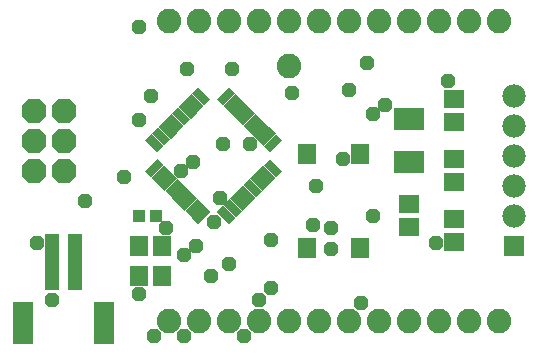
<source format=gts>
G75*
G70*
%OFA0B0*%
%FSLAX24Y24*%
%IPPOS*%
%LPD*%
%AMOC8*
5,1,8,0,0,1.08239X$1,22.5*
%
%ADD10R,0.0474X0.1891*%
%ADD11R,0.0710X0.1419*%
%ADD12OC8,0.0820*%
%ADD13R,0.0580X0.0300*%
%ADD14R,0.0300X0.0580*%
%ADD15C,0.0820*%
%ADD16R,0.1025X0.0749*%
%ADD17R,0.0671X0.0592*%
%ADD18R,0.0710X0.0592*%
%ADD19R,0.0592X0.0690*%
%ADD20R,0.0395X0.0395*%
%ADD21R,0.0592X0.0710*%
%ADD22R,0.0674X0.0674*%
%ADD23C,0.0780*%
%ADD24R,0.0592X0.0671*%
%ADD25OC8,0.0480*%
D10*
X002286Y003637D03*
X003074Y003637D03*
D11*
X001341Y001589D03*
X004019Y001589D03*
D12*
X002680Y006680D03*
X001680Y006680D03*
X001680Y007680D03*
X002680Y007680D03*
X002680Y008680D03*
X001680Y008680D03*
D13*
G36*
X005395Y006666D02*
X005804Y007075D01*
X006017Y006862D01*
X005608Y006453D01*
X005395Y006666D01*
G37*
G36*
X005617Y006444D02*
X006026Y006853D01*
X006239Y006640D01*
X005830Y006231D01*
X005617Y006444D01*
G37*
G36*
X005840Y006221D02*
X006249Y006630D01*
X006462Y006417D01*
X006053Y006008D01*
X005840Y006221D01*
G37*
G36*
X006063Y005998D02*
X006472Y006407D01*
X006685Y006194D01*
X006276Y005785D01*
X006063Y005998D01*
G37*
G36*
X006285Y005776D02*
X006694Y006185D01*
X006907Y005972D01*
X006498Y005563D01*
X006285Y005776D01*
G37*
G36*
X006508Y005553D02*
X006917Y005962D01*
X007130Y005749D01*
X006721Y005340D01*
X006508Y005553D01*
G37*
G36*
X006731Y005330D02*
X007140Y005739D01*
X007353Y005526D01*
X006944Y005117D01*
X006731Y005330D01*
G37*
G36*
X006953Y005108D02*
X007362Y005517D01*
X007575Y005304D01*
X007166Y004895D01*
X006953Y005108D01*
G37*
G36*
X009343Y007498D02*
X009752Y007907D01*
X009965Y007694D01*
X009556Y007285D01*
X009343Y007498D01*
G37*
G36*
X009121Y007720D02*
X009530Y008129D01*
X009743Y007916D01*
X009334Y007507D01*
X009121Y007720D01*
G37*
G36*
X008898Y007943D02*
X009307Y008352D01*
X009520Y008139D01*
X009111Y007730D01*
X008898Y007943D01*
G37*
G36*
X008675Y008166D02*
X009084Y008575D01*
X009297Y008362D01*
X008888Y007953D01*
X008675Y008166D01*
G37*
G36*
X008453Y008388D02*
X008862Y008797D01*
X009075Y008584D01*
X008666Y008175D01*
X008453Y008388D01*
G37*
G36*
X008230Y008611D02*
X008639Y009020D01*
X008852Y008807D01*
X008443Y008398D01*
X008230Y008611D01*
G37*
G36*
X008007Y008834D02*
X008416Y009243D01*
X008629Y009030D01*
X008220Y008621D01*
X008007Y008834D01*
G37*
G36*
X007785Y009056D02*
X008194Y009465D01*
X008407Y009252D01*
X007998Y008843D01*
X007785Y009056D01*
G37*
D14*
G36*
X006953Y009252D02*
X007166Y009465D01*
X007575Y009056D01*
X007362Y008843D01*
X006953Y009252D01*
G37*
G36*
X006731Y009030D02*
X006944Y009243D01*
X007353Y008834D01*
X007140Y008621D01*
X006731Y009030D01*
G37*
G36*
X006508Y008807D02*
X006721Y009020D01*
X007130Y008611D01*
X006917Y008398D01*
X006508Y008807D01*
G37*
G36*
X006285Y008584D02*
X006498Y008797D01*
X006907Y008388D01*
X006694Y008175D01*
X006285Y008584D01*
G37*
G36*
X006063Y008362D02*
X006276Y008575D01*
X006685Y008166D01*
X006472Y007953D01*
X006063Y008362D01*
G37*
G36*
X005840Y008139D02*
X006053Y008352D01*
X006462Y007943D01*
X006249Y007730D01*
X005840Y008139D01*
G37*
G36*
X005617Y007916D02*
X005830Y008129D01*
X006239Y007720D01*
X006026Y007507D01*
X005617Y007916D01*
G37*
G36*
X005395Y007694D02*
X005608Y007907D01*
X006017Y007498D01*
X005804Y007285D01*
X005395Y007694D01*
G37*
G36*
X008007Y005526D02*
X008220Y005739D01*
X008629Y005330D01*
X008416Y005117D01*
X008007Y005526D01*
G37*
G36*
X007785Y005304D02*
X007998Y005517D01*
X008407Y005108D01*
X008194Y004895D01*
X007785Y005304D01*
G37*
G36*
X008230Y005749D02*
X008443Y005962D01*
X008852Y005553D01*
X008639Y005340D01*
X008230Y005749D01*
G37*
G36*
X008453Y005972D02*
X008666Y006185D01*
X009075Y005776D01*
X008862Y005563D01*
X008453Y005972D01*
G37*
G36*
X008675Y006194D02*
X008888Y006407D01*
X009297Y005998D01*
X009084Y005785D01*
X008675Y006194D01*
G37*
G36*
X008898Y006417D02*
X009111Y006630D01*
X009520Y006221D01*
X009307Y006008D01*
X008898Y006417D01*
G37*
G36*
X009121Y006640D02*
X009334Y006853D01*
X009743Y006444D01*
X009530Y006231D01*
X009121Y006640D01*
G37*
G36*
X009343Y006862D02*
X009556Y007075D01*
X009965Y006666D01*
X009752Y006453D01*
X009343Y006862D01*
G37*
D15*
X010180Y010180D03*
X010180Y011680D03*
X009180Y011680D03*
X008180Y011680D03*
X007180Y011680D03*
X006180Y011680D03*
X011180Y011680D03*
X012180Y011680D03*
X013180Y011680D03*
X014180Y011680D03*
X015180Y011680D03*
X016180Y011680D03*
X017180Y011680D03*
X017180Y001680D03*
X016180Y001680D03*
X015180Y001680D03*
X014180Y001680D03*
X013180Y001680D03*
X012180Y001680D03*
X011180Y001680D03*
X010180Y001680D03*
X009180Y001680D03*
X008180Y001680D03*
X007180Y001680D03*
X006180Y001680D03*
D16*
X014180Y006952D03*
X014180Y008408D03*
D17*
X015680Y008306D03*
X015680Y009054D03*
X015680Y007054D03*
X015680Y006306D03*
X015680Y005054D03*
X015680Y004306D03*
D18*
X014180Y004806D03*
X014180Y005554D03*
D19*
X012566Y004115D03*
X010794Y004115D03*
X010794Y007245D03*
X012566Y007245D03*
D20*
X005775Y005180D03*
X005185Y005180D03*
D21*
X005206Y004180D03*
X005954Y004180D03*
D22*
X017680Y004180D03*
D23*
X017680Y005180D03*
X017680Y006180D03*
X017680Y007180D03*
X017680Y008180D03*
X017680Y009180D03*
D24*
X005954Y003180D03*
X005206Y003180D03*
D25*
X005180Y002580D03*
X006680Y003880D03*
X007080Y004180D03*
X006080Y004780D03*
X007680Y004980D03*
X007880Y005780D03*
X006580Y006680D03*
X006980Y006980D03*
X007980Y007580D03*
X008880Y007580D03*
X010280Y009280D03*
X012180Y009380D03*
X012980Y008580D03*
X013380Y008880D03*
X012780Y010280D03*
X015480Y009680D03*
X011980Y007080D03*
X011080Y006180D03*
X010980Y004880D03*
X011580Y004780D03*
X011580Y004080D03*
X012980Y005180D03*
X015080Y004280D03*
X012580Y002280D03*
X009580Y002780D03*
X009180Y002380D03*
X008680Y001180D03*
X006680Y001180D03*
X005680Y001180D03*
X007580Y003180D03*
X008180Y003580D03*
X009580Y004380D03*
X004680Y006480D03*
X003380Y005680D03*
X001780Y004280D03*
X002280Y002380D03*
X005180Y008380D03*
X005580Y009180D03*
X006780Y010080D03*
X008280Y010080D03*
X005180Y011480D03*
M02*

</source>
